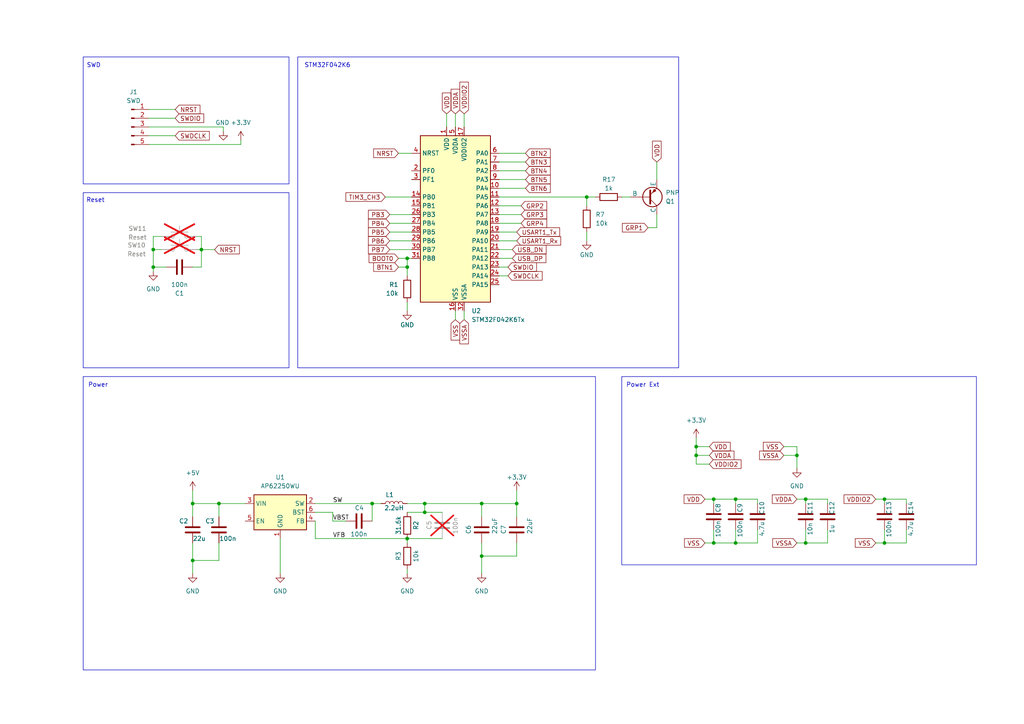
<source format=kicad_sch>
(kicad_sch (version 20250114) (generator "eeschema") (generator_version "9.0")
  (paper "A4")
  (title_block (title "MCU"))
  (lib_symbols
    (symbol "Connector:Conn_01x05_Pin" (pin_names (offset 1.016) (hide yes))
      (property "Reference" "J" (at 0 7.62 0))
      (property "Value" "Conn_01x05_Pin" (at 0 -7.62 0))
      (symbol "Conn_01x05_Pin_1_1"
        (rectangle (start 0.8636 5.207) (end 0 4.953) (stroke (width 0.1524)) (fill (type outline)))
        (rectangle (start 0.8636 2.667) (end 0 2.413) (stroke (width 0.1524)) (fill (type outline)))
        (rectangle (start 0.8636 0.127) (end 0 -0.127) (stroke (width 0.1524)) (fill (type outline)))
        (rectangle (start 0.8636 -2.413) (end 0 -2.667) (stroke (width 0.1524)) (fill (type outline)))
        (rectangle (start 0.8636 -4.953) (end 0 -5.207) (stroke (width 0.1524)) (fill (type outline)))
        (polyline (pts (xy 1.27 5.08) (xy 0.8636 5.08)) (stroke (width 0.1524)))
        (polyline (pts (xy 1.27 2.54) (xy 0.8636 2.54)) (stroke (width 0.1524)))
        (polyline (pts (xy 1.27 0) (xy 0.8636 0)) (stroke (width 0.1524)))
        (polyline (pts (xy 1.27 -2.54) (xy 0.8636 -2.54)) (stroke (width 0.1524)))
        (polyline (pts (xy 1.27 -5.08) (xy 0.8636 -5.08)) (stroke (width 0.1524)))
        (pin passive line (at 5.08 5.08 180) (length 3.81) (name "Pin_1") (number "1"))
        (pin passive line (at 5.08 2.54 180) (length 3.81) (name "Pin_2") (number "2"))
        (pin passive line (at 5.08 0 180) (length 3.81) (name "Pin_3") (number "3"))
        (pin passive line (at 5.08 -2.54 180) (length 3.81) (name "Pin_4") (number "4"))
        (pin passive line (at 5.08 -5.08 180) (length 3.81) (name "Pin_5") (number "5"))
      )
    )
    (symbol "Device:C" (pin_numbers (hide yes)) (pin_names (offset 0.254))
      (property "Reference" "C" (at 0.635 2.54 0))
      (property "Value" "C" (at 0.635 -2.54 0))
      (symbol "C_0_1"
        (polyline (pts (xy -2.032 0.762) (xy 2.032 0.762)) (stroke (width 0.508)))
        (polyline (pts (xy -2.032 -0.762) (xy 2.032 -0.762)) (stroke (width 0.508)))
      )
      (symbol "C_1_1"
        (pin passive line (at 0 3.81 270) (length 2.794) (name "~") (number "1"))
        (pin passive line (at 0 -3.81 90) (length 2.794) (name "~") (number "2"))
      )
    )
    (symbol "Device:L" (pin_numbers (hide yes)) (pin_names (offset 1.016) (hide yes))
      (property "Reference" "L" (at -1.27 0 90))
      (property "Value" "L" (at 1.905 0 90))
      (symbol "L_0_1"
        (arc (start 0 2.54) (mid 0.6323 1.905) (end 0 1.27))
        (arc (start 0 1.27) (mid 0.6323 0.635) (end 0 0))
        (arc (start 0 0) (mid 0.6323 -0.635) (end 0 -1.27))
        (arc (start 0 -1.27) (mid 0.6323 -1.905) (end 0 -2.54))
      )
      (symbol "L_1_1"
        (pin passive line (at 0 3.81 270) (length 1.27) (name "1") (number "1"))
        (pin passive line (at 0 -3.81 90) (length 1.27) (name "2") (number "2"))
      )
    )
    (symbol "Device:R" (pin_numbers (hide yes)) (pin_names (offset 0))
      (property "Reference" "R" (at 2.032 0 90))
      (property "Value" "R" (at 0 0 90))
      (symbol "R_0_1"
        (rectangle (start -1.016 -2.54) (end 1.016 2.54) (stroke (width 0.254)))
      )
      (symbol "R_1_1"
        (pin passive line (at 0 3.81 270) (length 1.27) (name "~") (number "1"))
        (pin passive line (at 0 -3.81 90) (length 1.27) (name "~") (number "2"))
      )
    )
    (symbol "MCU_ST_STM32F0:STM32F042K6Tx"
      (property "Reference" "U" (at -10.16 26.67 0))
      (property "Value" "STM32F042K6Tx" (at 5.08 26.67 0))
      (symbol "STM32F042K6Tx_0_1"
        (rectangle (start -10.16 -22.86) (end 10.16 25.4) (stroke (width 0.254)) (fill (type background)))
      )
      (symbol "STM32F042K6Tx_1_1"
        (pin input line (at -12.7 20.32 0) (length 2.54) (name "NRST") (number "4"))
        (pin bidirectional line (at -12.7 15.24 0) (length 2.54) (name "PF0") (number "2"))
        (pin bidirectional line (at -12.7 12.7 0) (length 2.54) (name "PF1") (number "3"))
        (pin bidirectional line (at -12.7 7.62 0) (length 2.54) (name "PB0") (number "14"))
        (pin bidirectional line (at -12.7 5.08 0) (length 2.54) (name "PB1") (number "15"))
        (pin bidirectional line (at -12.7 2.54 0) (length 2.54) (name "PB3") (number "26"))
        (pin bidirectional line (at -12.7 0 0) (length 2.54) (name "PB4") (number "27"))
        (pin bidirectional line (at -12.7 -2.54 0) (length 2.54) (name "PB5") (number "28"))
        (pin bidirectional line (at -12.7 -5.08 0) (length 2.54) (name "PB6") (number "29"))
        (pin bidirectional line (at -12.7 -7.62 0) (length 2.54) (name "PB7") (number "30"))
        (pin bidirectional line (at -12.7 -10.16 0) (length 2.54) (name "PB8") (number "31"))
        (pin power_in line (at -2.54 27.94 270) (length 2.54) (name "VDD") (number "1"))
        (pin power_in line (at 0 27.94 270) (length 2.54) (name "VDDA") (number "5"))
        (pin power_in line (at 0 -25.4 90) (length 2.54) (name "VSS") (number "16"))
        (pin power_in line (at 2.54 27.94 270) (length 2.54) (name "VDDIO2") (number "17"))
        (pin power_in line (at 2.54 -25.4 90) (length 2.54) (name "VSSA") (number "32"))
        (pin bidirectional line (at 12.7 20.32 180) (length 2.54) (name "PA0") (number "6"))
        (pin bidirectional line (at 12.7 17.78 180) (length 2.54) (name "PA1") (number "7"))
        (pin bidirectional line (at 12.7 15.24 180) (length 2.54) (name "PA2") (number "8"))
        (pin bidirectional line (at 12.7 12.7 180) (length 2.54) (name "PA3") (number "9"))
        (pin bidirectional line (at 12.7 10.16 180) (length 2.54) (name "PA4") (number "10"))
        (pin bidirectional line (at 12.7 7.62 180) (length 2.54) (name "PA5") (number "11"))
        (pin bidirectional line (at 12.7 5.08 180) (length 2.54) (name "PA6") (number "12"))
        (pin bidirectional line (at 12.7 2.54 180) (length 2.54) (name "PA7") (number "13"))
        (pin bidirectional line (at 12.7 0 180) (length 2.54) (name "PA8") (number "18"))
        (pin bidirectional line (at 12.7 -2.54 180) (length 2.54) (name "PA9") (number "19"))
        (pin bidirectional line (at 12.7 -5.08 180) (length 2.54) (name "PA10") (number "20"))
        (pin bidirectional line (at 12.7 -7.62 180) (length 2.54) (name "PA11") (number "21"))
        (pin bidirectional line (at 12.7 -10.16 180) (length 2.54) (name "PA12") (number "22"))
        (pin bidirectional line (at 12.7 -12.7 180) (length 2.54) (name "PA13") (number "23"))
        (pin bidirectional line (at 12.7 -15.24 180) (length 2.54) (name "PA14") (number "24"))
        (pin bidirectional line (at 12.7 -17.78 180) (length 2.54) (name "PA15") (number "25"))
      )
    )
    (symbol "Regulator_Switching:AP62250WU"
      (property "Reference" "U" (at -7.62 6.35 0))
      (property "Value" "AP62250WU" (at 6.35 -6.35 0))
      (symbol "AP62250WU_0_1"
        (rectangle (start -7.62 5.08) (end 7.62 -5.08) (stroke (width 0.254)) (fill (type background)))
      )
      (symbol "AP62250WU_1_1"
        (pin power_in line (at -10.16 2.54 0) (length 2.54) (name "VIN") (number "3"))
        (pin passive line (at -10.16 -2.54 0) (length 2.54) (name "EN") (number "5"))
        (pin power_in line (at 0 -7.62 90) (length 2.54) (name "GND") (number "1"))
        (pin output line (at 10.16 2.54 180) (length 2.54) (name "SW") (number "2"))
        (pin passive line (at 10.16 0 180) (length 2.54) (name "BST") (number "6"))
        (pin input line (at 10.16 -2.54 180) (length 2.54) (name "FB") (number "4"))
      )
    )
    (symbol "Simulation_SPICE:PNP" (pin_numbers (hide yes)) (pin_names (offset 0))
      (property "Reference" "Q" (at -2.54 7.62 0))
      (property "Value" "PNP" (at -2.54 5.08 0))
      (symbol "PNP_0_1"
        (polyline (pts (xy -2.54 0) (xy 0.635 0)) (stroke (width 0.1524)))
        (polyline (pts (xy 0.635 1.905) (xy 0.635 -1.905) (xy 0.635 -1.905)) (stroke (width 0.508)))
        (polyline (pts (xy 0.635 0.635) (xy 2.54 2.54)))
        (polyline (pts (xy 0.635 -0.635) (xy 2.54 -2.54) (xy 2.54 -2.54)))
        (circle (center 1.27 0) (radius 2.8194) (stroke (width 0.254)))
        (polyline (pts (xy 2.286 -1.778) (xy 1.778 -2.286) (xy 1.27 -1.27) (xy 2.286 -1.778) (xy 2.286 -1.778)) (fill (type outline)))
      )
      (symbol "PNP_1_1"
        (pin input line (at -5.08 0 0) (length 2.54) (name "B") (number "2"))
        (pin open_collector line (at 2.54 5.08 270) (length 2.54) (name "C") (number "1"))
        (pin open_emitter line (at 2.54 -5.08 90) (length 2.54) (name "E") (number "3"))
      )
    )
    (symbol "Switch:SW_Push" (pin_numbers (hide yes)) (pin_names (offset 1.016) (hide yes))
      (property "Reference" "SW" (at 1.27 2.54 0))
      (property "Value" "SW_Push" (at 0 -1.524 0))
      (symbol "SW_Push_0_1"
        (circle (center -2.032 0) (radius 0.508))
        (polyline (pts (xy 0 1.27) (xy 0 3.048)))
        (circle (center 2.032 0) (radius 0.508))
        (polyline (pts (xy 2.54 1.27) (xy -2.54 1.27)))
        (pin passive line (at -5.08 0 0) (length 2.54) (name "1") (number "1"))
        (pin passive line (at 5.08 0 180) (length 2.54) (name "2") (number "2"))
      )
    )
    (symbol "power:+3.3V" (power) (pin_numbers (hide yes)) (pin_names (offset 0) (hide yes))
      (property "Value" "+3.3V" (at 0 3.556 0))
      (symbol "+3.3V_0_1"
        (polyline (pts (xy -0.762 1.27) (xy 0 2.54)))
        (polyline (pts (xy 0 2.54) (xy 0.762 1.27)))
        (polyline (pts (xy 0 0) (xy 0 2.54)))
      )
      (symbol "+3.3V_1_1"
        (pin power_in line (at 0 0 90) (length 0) (name "~") (number "1"))
      )
    )
    (symbol "power:+5V" (power) (pin_numbers (hide yes)) (pin_names (offset 0) (hide yes))
      (property "Value" "+5V" (at 0 3.556 0))
      (symbol "+5V_0_1"
        (polyline (pts (xy -0.762 1.27) (xy 0 2.54)))
        (polyline (pts (xy 0 2.54) (xy 0.762 1.27)))
        (polyline (pts (xy 0 0) (xy 0 2.54)))
      )
      (symbol "+5V_1_1"
        (pin power_in line (at 0 0 90) (length 0) (name "~") (number "1"))
      )
    )
    (symbol "power:GND" (power) (pin_numbers (hide yes)) (pin_names (offset 0) (hide yes))
      (property "Value" "GND" (at 0 -3.81 0))
      (symbol "GND_0_1"
        (polyline (pts (xy 0 0) (xy 0 -1.27) (xy 1.27 -1.27) (xy 0 -2.54) (xy -1.27 -1.27) (xy 0 -1.27)))
      )
      (symbol "GND_1_1"
        (pin power_in line (at 0 0 270) (length 0) (name "~") (number "1"))
      )
    )
  )
  (rectangle (start 86.36 16.51) (end 196.85 106.68))
  (rectangle (start 24.13 16.51) (end 83.82 53.34))
  (rectangle (start 180.34 109.22) (end 283.21 163.83))
  (rectangle (start 24.13 55.88) (end 83.82 106.68))
  (rectangle (start 24.13 109.22) (end 172.72 194.31))
  (text "Power Ext" (at 186.436 111.76 0) (effects (font (size 1.27 1.27))))
  (text "Power" (at 28.448 111.76 0) (effects (font (size 1.27 1.27))))
  (text "STM32F042K6" (at 94.996 19.05 0) (effects (font (size 1.27 1.27))))
  (text "Reset" (at 27.686 58.166 0) (effects (font (size 1.27 1.27))))
  (text "SWD" (at 27.178 19.05 0) (effects (font (size 1.27 1.27))))
  (junction (at 201.93 132.08))
  (junction (at 231.14 132.08))
  (junction (at 139.7 146.05))
  (junction (at 256.54 144.78))
  (junction (at 123.19 148.59))
  (junction (at 44.45 72.39))
  (junction (at 63.5 146.05))
  (junction (at 118.11 77.47))
  (junction (at 213.36 157.48))
  (junction (at 118.11 74.93))
  (junction (at 58.42 72.39))
  (junction (at 139.7 161.29))
  (junction (at 201.93 129.54))
  (junction (at 55.88 146.05))
  (junction (at 55.88 162.56))
  (junction (at 123.19 146.05))
  (junction (at 256.54 157.48))
  (junction (at 213.36 144.78))
  (junction (at 170.18 57.15))
  (junction (at 233.68 144.78))
  (junction (at 207.01 157.48))
  (junction (at 118.11 156.21))
  (junction (at 149.86 146.05))
  (junction (at 44.45 77.47))
  (junction (at 207.01 144.78))
  (junction (at 233.68 157.48))
  (junction (at 107.95 146.05))
  (wire (pts (xy 144.78 59.69) (xy 151.13 59.69)))
  (wire (pts (xy 227.33 132.08) (xy 231.14 132.08)))
  (wire (pts (xy 118.11 156.21) (xy 128.27 156.21)))
  (wire (pts (xy 118.11 146.05) (xy 123.19 146.05)))
  (wire (pts (xy 55.88 157.48) (xy 55.88 162.56)))
  (wire (pts (xy 213.36 144.78) (xy 219.71 144.78)))
  (wire (pts (xy 118.11 165.1) (xy 118.11 166.37)))
  (wire (pts (xy 201.93 132.08) (xy 201.93 129.54)))
  (wire (pts (xy 231.14 157.48) (xy 233.68 157.48)))
  (wire (pts (xy 201.93 132.08) (xy 205.74 132.08)))
  (wire (pts (xy 115.57 74.93) (xy 118.11 74.93)))
  (wire (pts (xy 55.88 162.56) (xy 55.88 166.37)))
  (wire (pts (xy 132.08 90.17) (xy 132.08 92.71)))
  (wire (pts (xy 58.42 68.58) (xy 58.42 72.39)))
  (wire (pts (xy 144.78 69.85) (xy 149.86 69.85)))
  (wire (pts (xy 43.18 34.29) (xy 50.8 34.29)))
  (wire (pts (xy 115.57 44.45) (xy 119.38 44.45)))
  (wire (pts (xy 256.54 153.67) (xy 256.54 157.48)))
  (wire (pts (xy 123.19 146.05) (xy 123.19 148.59)))
  (wire (pts (xy 233.68 157.48) (xy 240.03 157.48)))
  (wire (pts (xy 134.62 90.17) (xy 134.62 92.71)))
  (wire (pts (xy 256.54 144.78) (xy 256.54 146.05)))
  (wire (pts (xy 62.23 72.39) (xy 58.42 72.39)))
  (wire (pts (xy 262.89 157.48) (xy 256.54 157.48)))
  (wire (pts (xy 144.78 64.77) (xy 151.13 64.77)))
  (wire (pts (xy 43.18 41.91) (xy 69.85 41.91)))
  (wire (pts (xy 204.47 144.78) (xy 207.01 144.78)))
  (wire (pts (xy 44.45 72.39) (xy 46.99 72.39)))
  (wire (pts (xy 231.14 132.08) (xy 231.14 135.89)))
  (wire (pts (xy 144.78 72.39) (xy 148.59 72.39)))
  (wire (pts (xy 58.42 77.47) (xy 55.88 77.47)))
  (wire (pts (xy 132.08 33.02) (xy 132.08 36.83)))
  (wire (pts (xy 113.03 67.31) (xy 119.38 67.31)))
  (wire (pts (xy 46.99 68.58) (xy 44.45 68.58)))
  (wire (pts (xy 240.03 144.78) (xy 240.03 146.05)))
  (wire (pts (xy 134.62 36.83) (xy 134.62 33.02)))
  (wire (pts (xy 207.01 146.05) (xy 207.01 144.78)))
  (wire (pts (xy 170.18 67.31) (xy 170.18 69.85)))
  (wire (pts (xy 144.78 67.31) (xy 149.86 67.31)))
  (wire (pts (xy 213.36 146.05) (xy 213.36 144.78)))
  (wire (pts (xy 96.52 151.13) (xy 100.33 151.13)))
  (wire (pts (xy 96.52 148.59) (xy 96.52 151.13)))
  (wire (pts (xy 139.7 157.48) (xy 139.7 161.29)))
  (wire (pts (xy 91.44 148.59) (xy 96.52 148.59)))
  (wire (pts (xy 81.28 156.21) (xy 81.28 166.37)))
  (wire (pts (xy 118.11 77.47) (xy 118.11 74.93)))
  (wire (pts (xy 123.19 148.59) (xy 128.27 148.59)))
  (wire (pts (xy 207.01 157.48) (xy 213.36 157.48)))
  (wire (pts (xy 144.78 46.99) (xy 152.4 46.99)))
  (wire (pts (xy 227.33 129.54) (xy 231.14 129.54)))
  (wire (pts (xy 190.5 62.23) (xy 190.5 66.04)))
  (wire (pts (xy 190.5 46.99) (xy 190.5 52.07)))
  (wire (pts (xy 213.36 157.48) (xy 219.71 157.48)))
  (wire (pts (xy 57.15 68.58) (xy 58.42 68.58)))
  (wire (pts (xy 144.78 80.01) (xy 147.32 80.01)))
  (wire (pts (xy 149.86 142.24) (xy 149.86 146.05)))
  (wire (pts (xy 139.7 146.05) (xy 139.7 149.86)))
  (wire (pts (xy 118.11 148.59) (xy 123.19 148.59)))
  (wire (pts (xy 55.88 162.56) (xy 63.5 162.56)))
  (wire (pts (xy 113.03 72.39) (xy 119.38 72.39)))
  (wire (pts (xy 55.88 142.24) (xy 55.88 146.05)))
  (wire (pts (xy 262.89 153.67) (xy 262.89 157.48)))
  (wire (pts (xy 144.78 52.07) (xy 152.4 52.07)))
  (wire (pts (xy 139.7 161.29) (xy 139.7 166.37)))
  (wire (pts (xy 58.42 72.39) (xy 58.42 77.47)))
  (wire (pts (xy 201.93 129.54) (xy 205.74 129.54)))
  (wire (pts (xy 213.36 153.67) (xy 213.36 157.48)))
  (wire (pts (xy 48.26 77.47) (xy 44.45 77.47)))
  (wire (pts (xy 111.76 57.15) (xy 119.38 57.15)))
  (wire (pts (xy 43.18 31.75) (xy 50.8 31.75)))
  (wire (pts (xy 91.44 156.21) (xy 118.11 156.21)))
  (wire (pts (xy 219.71 144.78) (xy 219.71 146.05)))
  (wire (pts (xy 256.54 157.48) (xy 254 157.48)))
  (wire (pts (xy 262.89 144.78) (xy 262.89 146.05)))
  (wire (pts (xy 118.11 74.93) (xy 119.38 74.93)))
  (wire (pts (xy 107.95 146.05) (xy 107.95 151.13)))
  (wire (pts (xy 149.86 161.29) (xy 139.7 161.29)))
  (wire (pts (xy 91.44 146.05) (xy 107.95 146.05)))
  (wire (pts (xy 233.68 144.78) (xy 240.03 144.78)))
  (wire (pts (xy 69.85 40.64) (xy 69.85 41.91)))
  (wire (pts (xy 63.5 157.48) (xy 63.5 162.56)))
  (wire (pts (xy 115.57 77.47) (xy 118.11 77.47)))
  (wire (pts (xy 149.86 157.48) (xy 149.86 161.29)))
  (wire (pts (xy 149.86 149.86) (xy 149.86 146.05)))
  (wire (pts (xy 63.5 146.05) (xy 63.5 149.86)))
  (wire (pts (xy 219.71 153.67) (xy 219.71 157.48)))
  (wire (pts (xy 113.03 64.77) (xy 119.38 64.77)))
  (wire (pts (xy 144.78 74.93) (xy 148.59 74.93)))
  (wire (pts (xy 170.18 57.15) (xy 170.18 59.69)))
  (wire (pts (xy 170.18 57.15) (xy 172.72 57.15)))
  (wire (pts (xy 233.68 153.67) (xy 233.68 157.48)))
  (wire (pts (xy 231.14 144.78) (xy 233.68 144.78)))
  (wire (pts (xy 64.77 38.1) (xy 64.77 36.83)))
  (wire (pts (xy 129.54 36.83) (xy 129.54 33.02)))
  (wire (pts (xy 144.78 54.61) (xy 152.4 54.61)))
  (wire (pts (xy 201.93 134.62) (xy 201.93 132.08)))
  (wire (pts (xy 91.44 151.13) (xy 91.44 156.21)))
  (wire (pts (xy 118.11 87.63) (xy 118.11 90.17)))
  (wire (pts (xy 256.54 144.78) (xy 262.89 144.78)))
  (wire (pts (xy 144.78 49.53) (xy 152.4 49.53)))
  (wire (pts (xy 43.18 36.83) (xy 64.77 36.83)))
  (wire (pts (xy 63.5 146.05) (xy 71.12 146.05)))
  (wire (pts (xy 118.11 156.21) (xy 118.11 157.48)))
  (wire (pts (xy 43.18 39.37) (xy 50.8 39.37)))
  (wire (pts (xy 44.45 68.58) (xy 44.45 72.39)))
  (wire (pts (xy 149.86 146.05) (xy 139.7 146.05)))
  (wire (pts (xy 233.68 144.78) (xy 233.68 146.05)))
  (wire (pts (xy 144.78 44.45) (xy 152.4 44.45)))
  (wire (pts (xy 113.03 62.23) (xy 119.38 62.23)))
  (wire (pts (xy 231.14 129.54) (xy 231.14 132.08)))
  (wire (pts (xy 144.78 77.47) (xy 147.32 77.47)))
  (wire (pts (xy 113.03 69.85) (xy 119.38 69.85)))
  (wire (pts (xy 204.47 157.48) (xy 207.01 157.48)))
  (wire (pts (xy 55.88 146.05) (xy 63.5 146.05)))
  (wire (pts (xy 123.19 146.05) (xy 139.7 146.05)))
  (wire (pts (xy 207.01 157.48) (xy 207.01 153.67)))
  (wire (pts (xy 254 144.78) (xy 256.54 144.78)))
  (wire (pts (xy 44.45 77.47) (xy 44.45 78.74)))
  (wire (pts (xy 44.45 77.47) (xy 44.45 72.39)))
  (wire (pts (xy 240.03 153.67) (xy 240.03 157.48)))
  (wire (pts (xy 205.74 134.62) (xy 201.93 134.62)))
  (wire (pts (xy 118.11 77.47) (xy 118.11 80.01)))
  (wire (pts (xy 57.15 72.39) (xy 58.42 72.39)))
  (wire (pts (xy 190.5 66.04) (xy 187.96 66.04)))
  (wire (pts (xy 213.36 144.78) (xy 207.01 144.78)))
  (wire (pts (xy 110.49 146.05) (xy 107.95 146.05)))
  (wire (pts (xy 144.78 57.15) (xy 170.18 57.15)))
  (wire (pts (xy 144.78 62.23) (xy 151.13 62.23)))
  (wire (pts (xy 180.34 57.15) (xy 182.88 57.15)))
  (wire (pts (xy 55.88 146.05) (xy 55.88 149.86)))
  (wire (pts (xy 201.93 129.54) (xy 201.93 127)))
  (label "SW" (at 96.52 146.05 0))
  (label "VFB" (at 96.52 156.21 0))
  (label "VBST" (at 96.52 151.13 0))
  (global_label "PB3" (shape input) (at 113.03 62.23 180) (property "Intersheetrefs" "${INTERSHEET_REFS}" (effects (hide yes))))
  (global_label "VDD" (shape input) (at 205.74 129.54 0) (property "Intersheetrefs" "${INTERSHEET_REFS}" (effects (hide yes))))
  (global_label "VDDIO2" (shape input) (at 134.62 33.02 90) (property "Intersheetrefs" "${INTERSHEET_REFS}" (effects (hide yes))))
  (global_label "BTN5" (shape input) (at 152.4 52.07 0) (property "Intersheetrefs" "${INTERSHEET_REFS}" (effects (hide yes))))
  (global_label "VSSA" (shape input) (at 231.14 157.48 180) (property "Intersheetrefs" "${INTERSHEET_REFS}" (effects (hide yes))))
  (global_label "VSSA" (shape input) (at 227.33 132.08 180) (property "Intersheetrefs" "${INTERSHEET_REFS}" (effects (hide yes))))
  (global_label "VDDA" (shape input) (at 231.14 144.78 180) (property "Intersheetrefs" "${INTERSHEET_REFS}" (effects (hide yes))))
  (global_label "VSS" (shape input) (at 254 157.48 180) (property "Intersheetrefs" "${INTERSHEET_REFS}" (effects (hide yes))))
  (global_label "NRST" (shape input) (at 62.23 72.39 0) (property "Intersheetrefs" "${INTERSHEET_REFS}" (effects (hide yes))))
  (global_label "NRST" (shape input) (at 50.8 31.75 0) (property "Intersheetrefs" "${INTERSHEET_REFS}" (effects (hide yes))))
  (global_label "SWDCLK" (shape input) (at 147.32 80.01 0) (property "Intersheetrefs" "${INTERSHEET_REFS}" (effects (hide yes))))
  (global_label "VDDA" (shape input) (at 205.74 132.08 0) (property "Intersheetrefs" "${INTERSHEET_REFS}" (effects (hide yes))))
  (global_label "BTN6" (shape input) (at 152.4 54.61 0) (property "Intersheetrefs" "${INTERSHEET_REFS}" (effects (hide yes))))
  (global_label "VDD" (shape input) (at 129.54 33.02 90) (property "Intersheetrefs" "${INTERSHEET_REFS}" (effects (hide yes))))
  (global_label "PB6" (shape input) (at 113.03 69.85 180) (property "Intersheetrefs" "${INTERSHEET_REFS}" (effects (hide yes))))
  (global_label "NRST" (shape input) (at 115.57 44.45 180) (property "Intersheetrefs" "${INTERSHEET_REFS}" (effects (hide yes))))
  (global_label "BTN4" (shape input) (at 152.4 49.53 0) (property "Intersheetrefs" "${INTERSHEET_REFS}" (effects (hide yes))))
  (global_label "BTN3" (shape input) (at 152.4 46.99 0) (property "Intersheetrefs" "${INTERSHEET_REFS}" (effects (hide yes))))
  (global_label "SWDCLK" (shape input) (at 50.8 39.37 0) (property "Intersheetrefs" "${INTERSHEET_REFS}" (effects (hide yes))))
  (global_label "VDDIO2" (shape input) (at 205.74 134.62 0) (property "Intersheetrefs" "${INTERSHEET_REFS}" (effects (hide yes))))
  (global_label "USART1_Rx" (shape input) (at 149.86 69.85 0) (property "Intersheetrefs" "${INTERSHEET_REFS}" (effects (hide yes))))
  (global_label "GRP2" (shape input) (at 151.13 59.69 0) (property "Intersheetrefs" "${INTERSHEET_REFS}" (effects (hide yes))))
  (global_label "VDDA" (shape input) (at 132.08 33.02 90) (property "Intersheetrefs" "${INTERSHEET_REFS}" (effects (hide yes))))
  (global_label "PB7" (shape input) (at 113.03 72.39 180) (property "Intersheetrefs" "${INTERSHEET_REFS}" (effects (hide yes))))
  (global_label "USB_DN" (shape input) (at 148.59 72.39 0) (property "Intersheetrefs" "${INTERSHEET_REFS}" (effects (hide yes))))
  (global_label "BTN1" (shape input) (at 115.57 77.47 180) (property "Intersheetrefs" "${INTERSHEET_REFS}" (effects (hide yes))))
  (global_label "BOOT0" (shape input) (at 115.57 74.93 180) (property "Intersheetrefs" "${INTERSHEET_REFS}" (effects (hide yes))))
  (global_label "PB5" (shape input) (at 113.03 67.31 180) (property "Intersheetrefs" "${INTERSHEET_REFS}" (effects (hide yes))))
  (global_label "PB4" (shape input) (at 113.03 64.77 180) (property "Intersheetrefs" "${INTERSHEET_REFS}" (effects (hide yes))))
  (global_label "USB_DP" (shape input) (at 148.59 74.93 0) (property "Intersheetrefs" "${INTERSHEET_REFS}" (effects (hide yes))))
  (global_label "VSS" (shape input) (at 204.47 157.48 180) (property "Intersheetrefs" "${INTERSHEET_REFS}" (effects (hide yes))))
  (global_label "USART1_Tx" (shape input) (at 149.86 67.31 0) (property "Intersheetrefs" "${INTERSHEET_REFS}" (effects (hide yes))))
  (global_label "BTN2" (shape input) (at 152.4 44.45 0) (property "Intersheetrefs" "${INTERSHEET_REFS}" (effects (hide yes))))
  (global_label "VSS" (shape input) (at 132.08 92.71 270) (property "Intersheetrefs" "${INTERSHEET_REFS}" (effects (hide yes))))
  (global_label "VDDIO2" (shape input) (at 254 144.78 180) (property "Intersheetrefs" "${INTERSHEET_REFS}" (effects (hide yes))))
  (global_label "GRP3" (shape input) (at 151.13 62.23 0) (property "Intersheetrefs" "${INTERSHEET_REFS}" (effects (hide yes))))
  (global_label "GRP4" (shape input) (at 151.13 64.77 0) (property "Intersheetrefs" "${INTERSHEET_REFS}" (effects (hide yes))))
  (global_label "TIM3_CH3" (shape input) (at 111.76 57.15 180) (property "Intersheetrefs" "${INTERSHEET_REFS}" (effects (hide yes))))
  (global_label "SWDIO" (shape input) (at 50.8 34.29 0) (property "Intersheetrefs" "${INTERSHEET_REFS}" (effects (hide yes))))
  (global_label "VDD" (shape input) (at 204.47 144.78 180) (property "Intersheetrefs" "${INTERSHEET_REFS}" (effects (hide yes))))
  (global_label "VSSA" (shape input) (at 134.62 92.71 270) (property "Intersheetrefs" "${INTERSHEET_REFS}" (effects (hide yes))))
  (global_label "SWDIO" (shape input) (at 147.32 77.47 0) (property "Intersheetrefs" "${INTERSHEET_REFS}" (effects (hide yes))))
  (global_label "VDD" (shape input) (at 190.5 46.99 90) (property "Intersheetrefs" "${INTERSHEET_REFS}" (effects (hide yes))))
  (global_label "VSS" (shape input) (at 227.33 129.54 180) (property "Intersheetrefs" "${INTERSHEET_REFS}" (effects (hide yes))))
  (global_label "GRP1" (shape input) (at 187.96 66.04 180) (property "Intersheetrefs" "${INTERSHEET_REFS}" (effects (hide yes))))
  (symbol (lib_id "Device:C") (at 128.27 152.4 0) (mirror y) (unit 1) (dnp yes)
    (property "Reference" "C5" (at 124.46 153.67 90) (effects (justify left)))
    (property "Value" "100n" (at 132.08 154.94 90) (effects (justify left)))
    (property "Footprint" "Capacitor_SMD:C_0603_1608Metric" (effects (hide yes)))
  )
  (symbol (lib_id "power:+3.3V") (at 149.86 142.24 0) (unit 1)
    (property "Reference" "#PWR010" (effects (hide yes)))
    (property "Value" "+3.3V" (at 149.86 138.43 0))
  )
  (symbol (lib_id "Connector:Conn_01x05_Pin") (at 38.1 36.83 0) (unit 1) (in_bom no)
    (property "Reference" "J1" (at 38.735 26.67 0))
    (property "Value" "SWD" (at 38.735 29.21 0))
    (property "Footprint" "Library:Conn_Edge_x05" (effects (hide yes)))
    (property "Description" "Generic connector, single row, 01x05, script generated" (effects (hide yes)))
  )
  (symbol (lib_id "Device:C") (at 256.54 149.86 180) (unit 1)
    (property "Reference" "C13" (at 257.81 147.32 90))
    (property "Value" "100n" (at 257.81 153.416 90))
    (property "Footprint" "Capacitor_SMD:C_0603_1608Metric" (effects (hide yes)))
    (property "Description" "Unpolarized capacitor" (effects (hide yes)))
  )
  (symbol (lib_id "Device:L") (at 114.3 146.05 90) (unit 1)
    (property "Reference" "L1" (at 113.03 143.51 90))
    (property "Value" "2.2uH" (at 114.3 147.32 90))
    (property "Footprint" "Inductor_SMD:L_Taiyo-Yuden_NR-50xx" (effects (hide yes)))
  )
  (symbol (lib_id "Device:C") (at 207.01 149.86 180) (unit 1)
    (property "Reference" "C8" (at 208.28 147.32 90))
    (property "Value" "100n" (at 208.28 153.416 90))
    (property "Footprint" "Capacitor_SMD:C_0603_1608Metric" (effects (hide yes)))
    (property "Description" "Unpolarized capacitor" (effects (hide yes)))
  )
  (symbol (lib_id "Device:C") (at 240.03 149.86 180) (unit 1)
    (property "Reference" "C12" (at 241.3 147.32 90))
    (property "Value" "1u" (at 241.3 153.416 90))
    (property "Footprint" "Capacitor_SMD:C_1206_3216Metric" (effects (hide yes)))
    (property "Description" "Unpolarized capacitor" (effects (hide yes)))
  )
  (symbol (lib_id "Device:R") (at 118.11 152.4 0) (mirror y) (unit 1)
    (property "Reference" "R2" (at 120.65 152.4 90))
    (property "Value" "31.6k" (at 115.57 152.4 90))
    (property "Footprint" "Resistor_SMD:R_0603_1608Metric" (effects (hide yes)))
  )
  (symbol (lib_id "Device:C") (at 55.88 153.67 0) (mirror y) (unit 1)
    (property "Reference" "C2" (at 54.61 151.13 0) (effects (justify left)))
    (property "Value" "22u" (at 59.69 156.21 0) (effects (justify left)))
    (property "Footprint" "Capacitor_SMD:C_1206_3216Metric" (effects (hide yes)))
  )
  (symbol (lib_id "power:GND") (at 81.28 166.37 0) (mirror y) (unit 1)
    (property "Reference" "#PWR06" (effects (hide yes)))
    (property "Value" "GND" (at 81.28 171.45 0))
  )
  (symbol (lib_id "power:GND") (at 44.45 78.74 0) (unit 1)
    (property "Reference" "#PWR01" (effects (hide yes)))
    (property "Value" "GND" (at 44.45 83.82 0))
    (property "Description" "Power symbol creates a global label with name \"GND\" , ground" (effects (hide yes)))
  )
  (symbol (lib_id "Device:R") (at 170.18 63.5 180) (unit 1)
    (property "Reference" "R7" (at 172.72 62.2299 0) (effects (justify right)))
    (property "Value" "10k" (at 172.72 64.7699 0) (effects (justify right)))
    (property "Footprint" "Resistor_SMD:R_0805_2012Metric_Pad1.20x1.40mm_HandSolder" (effects (hide yes)))
    (property "Description" "Resistor" (effects (hide yes)))
  )
  (symbol (lib_id "power:+3.3V") (at 69.85 40.64 0) (unit 1)
    (property "Reference" "#PWR05" (effects (hide yes)))
    (property "Value" "+3.3V" (at 69.85 35.56 0))
    (property "Description" "Power symbol creates a global label with name \"+3.3V\"" (effects (hide yes)))
  )
  (symbol (lib_id "Device:C") (at 52.07 77.47 270) (mirror x) (unit 1)
    (property "Reference" "C1" (at 52.07 85.09 90))
    (property "Value" "100n" (at 52.07 82.55 90))
    (property "Footprint" "Capacitor_SMD:C_0603_1608Metric" (effects (hide yes)))
    (property "Description" "Unpolarized capacitor" (effects (hide yes)))
  )
  (symbol (lib_id "Switch:SW_Push") (at 52.07 72.39 0) (unit 1) (dnp yes)
    (property "Reference" "SW10" (at 39.624 71.12 0))
    (property "Value" "Reset" (at 39.624 73.66 0))
    (property "Footprint" "Button_Switch_SMD:SW_SPST_B3U-1000P" (effects (hide yes)))
    (property "Description" "Push button switch, generic, two pins" (effects (hide yes)))
  )
  (symbol (lib_id "Regulator_Switching:AP62250WU") (at 81.28 148.59 0) (unit 1)
    (property "Reference" "U1" (at 81.28 138.43 0))
    (property "Value" "AP62250WU" (at 81.28 140.97 0))
    (property "Footprint" "Package_TO_SOT_SMD:TSOT-23-6" (effects (hide yes)))
    (property "Datasheet" "https://www.diodes.com/assets/Datasheets/AP62250.pdf" (effects (hide yes)))
    (property "Description" "2.5A, 1.3MHz Buck DC/DC Converter, 4.2V-18V input voltage, 0.8V-7V adjustable output voltage, TSOT-23-6" (effects (hide yes)))
  )
  (symbol (lib_id "Device:C") (at 213.36 149.86 180) (unit 1)
    (property "Reference" "C9" (at 214.63 147.32 90))
    (property "Value" "100n" (at 214.63 153.416 90))
    (property "Footprint" "Capacitor_SMD:C_0603_1608Metric" (effects (hide yes)))
    (property "Description" "Unpolarized capacitor" (effects (hide yes)))
  )
  (symbol (lib_id "MCU_ST_STM32F0:STM32F042K6Tx") (at 132.08 64.77 0) (unit 1)
    (property "Reference" "U2" (at 136.7633 90.17 0) (effects (justify left)))
    (property "Value" "STM32F042K6Tx" (at 136.7633 92.71 0) (effects (justify left)))
    (property "Footprint" "Package_QFP:LQFP-32_7x7mm_P0.8mm" (effects (hide yes)))
    (property "Datasheet" "https://www.st.com/resource/en/datasheet/stm32f042k6.pdf" (effects (hide yes)))
    (property "Description" "STMicroelectronics Arm Cortex-M0 MCU, 32KB flash, 6KB RAM, 48 MHz, 2.0-3.6V, 26 GPIO, LQFP32" (effects (hide yes)))
  )
  (symbol (lib_id "Device:R") (at 118.11 83.82 0) (mirror x) (unit 1)
    (property "Reference" "R1" (at 115.57 82.5499 0) (effects (justify right)))
    (property "Value" "10k" (at 115.57 85.0899 0) (effects (justify right)))
    (property "Footprint" "Resistor_SMD:R_0805_2012Metric_Pad1.20x1.40mm_HandSolder" (effects (hide yes)))
    (property "Description" "Resistor" (effects (hide yes)))
  )
  (symbol (lib_id "Device:C") (at 149.86 153.67 0) (mirror y) (unit 1)
    (property "Reference" "C7" (at 146.05 154.94 90) (effects (justify left)))
    (property "Value" "22uF" (at 153.67 154.94 90) (effects (justify left)))
    (property "Footprint" "Capacitor_SMD:C_1206_3216Metric" (effects (hide yes)))
  )
  (symbol (lib_id "power:GND") (at 139.7 166.37 0) (mirror y) (unit 1)
    (property "Reference" "#PWR09" (effects (hide yes)))
    (property "Value" "GND" (at 139.7 171.45 0))
  )
  (symbol (lib_id "Simulation_SPICE:PNP") (at 187.96 57.15 0) (mirror x) (unit 1)
    (property "Reference" "Q1" (at 193.04 58.4201 0) (effects (justify left)))
    (property "Value" "PNP" (at 193.04 55.8801 0) (effects (justify left)))
    (property "Footprint" "Package_TO_SOT_SMD:SOT-23" (effects (hide yes)))
    (property "Datasheet" "https://ngspice.sourceforge.io/docs/ngspice-html-manual/manual.xhtml#cha_BJTs" (effects (hide yes)))
    (property "Description" "Bipolar transistor symbol for simulation only, substrate tied to the emitter" (effects (hide yes)))
    (property "Sim.Device" "PNP" (effects (hide yes)))
    (property "Sim.Type" "GUMMELPOON" (effects (hide yes)))
    (property "Sim.Pins" "1=C 2=B 3=E" (effects (hide yes)))
  )
  (symbol (lib_id "power:GND") (at 170.18 69.85 0) (mirror y) (unit 1)
    (property "Reference" "#PWR043" (effects (hide yes)))
    (property "Value" "GND" (at 170.18 73.914 0))
    (property "Description" "Power symbol creates a global label with name \"GND\" , ground" (effects (hide yes)))
  )
  (symbol (lib_id "Device:R") (at 176.53 57.15 270) (unit 1)
    (property "Reference" "R17" (at 178.562 52.07 90) (effects (justify right)))
    (property "Value" "1k" (at 177.7999 54.61 90) (effects (justify right)))
    (property "Footprint" "Resistor_SMD:R_0805_2012Metric_Pad1.20x1.40mm_HandSolder" (effects (hide yes)))
    (property "Description" "Resistor" (effects (hide yes)))
  )
  (symbol (lib_id "power:GND") (at 55.88 166.37 0) (mirror y) (unit 1)
    (property "Reference" "#PWR03" (effects (hide yes)))
    (property "Value" "GND" (at 55.88 171.45 0))
  )
  (symbol (lib_id "power:GND") (at 118.11 166.37 0) (mirror y) (unit 1)
    (property "Reference" "#PWR08" (effects (hide yes)))
    (property "Value" "GND" (at 118.11 171.45 0))
  )
  (symbol (lib_id "Device:C") (at 139.7 153.67 0) (mirror y) (unit 1)
    (property "Reference" "C6" (at 135.89 154.94 90) (effects (justify left)))
    (property "Value" "22uF" (at 143.51 154.94 90) (effects (justify left)))
    (property "Footprint" "Capacitor_SMD:C_1206_3216Metric" (effects (hide yes)))
  )
  (symbol (lib_id "Device:C") (at 219.71 149.86 180) (unit 1)
    (property "Reference" "C10" (at 220.98 147.32 90))
    (property "Value" "4.7u" (at 220.98 153.416 90))
    (property "Footprint" "Capacitor_SMD:C_1206_3216Metric" (effects (hide yes)))
    (property "Description" "Unpolarized capacitor" (effects (hide yes)))
  )
  (symbol (lib_id "Device:C") (at 262.89 149.86 180) (unit 1)
    (property "Reference" "C14" (at 264.16 147.32 90))
    (property "Value" "4.7u" (at 264.16 153.416 90))
    (property "Footprint" "Capacitor_SMD:C_1206_3216Metric" (effects (hide yes)))
    (property "Description" "Unpolarized capacitor" (effects (hide yes)))
  )
  (symbol (lib_id "Switch:SW_Push") (at 52.07 68.58 0) (unit 1) (dnp yes)
    (property "Reference" "SW11" (at 39.878 66.294 0))
    (property "Value" "Reset" (at 39.878 68.834 0))
    (property "Footprint" "Button_Switch_SMD:SW_SPST_B3U-1000P" (effects (hide yes)))
    (property "Description" "Push button switch, generic, two pins" (effects (hide yes)))
  )
  (symbol (lib_id "power:+3.3V") (at 201.93 127 0) (unit 1)
    (property "Reference" "#PWR011" (effects (hide yes)))
    (property "Value" "+3.3V" (at 201.93 121.92 0))
    (property "Description" "Power symbol creates a global label with name \"+3.3V\"" (effects (hide yes)))
  )
  (symbol (lib_id "Device:C") (at 63.5 153.67 0) (mirror y) (unit 1)
    (property "Reference" "C3" (at 62.23 151.13 0) (effects (justify left)))
    (property "Value" "100n" (at 68.58 156.21 0) (effects (justify left)))
    (property "Footprint" "Capacitor_SMD:C_0603_1608Metric" (effects (hide yes)))
  )
  (symbol (lib_id "Device:C") (at 233.68 149.86 180) (unit 1)
    (property "Reference" "C11" (at 234.95 147.32 90))
    (property "Value" "10n" (at 234.95 153.416 90))
    (property "Footprint" "Capacitor_SMD:C_0603_1608Metric" (effects (hide yes)))
    (property "Description" "Unpolarized capacitor" (effects (hide yes)))
  )
  (symbol (lib_id "power:GND") (at 64.77 38.1 0) (unit 1)
    (property "Reference" "#PWR04" (effects (hide yes)))
    (property "Value" "GND" (at 64.516 35.56 0))
    (property "Description" "Power symbol creates a global label with name \"GND\" , ground" (effects (hide yes)))
  )
  (symbol (lib_id "power:+5V") (at 55.88 142.24 0) (unit 1)
    (property "Reference" "#PWR02" (effects (hide yes)))
    (property "Value" "+5V" (at 55.88 137.16 0))
    (property "Description" "Power symbol creates a global label with name \"+5V\"" (effects (hide yes)))
  )
  (symbol (lib_id "Device:R") (at 118.11 161.29 0) (unit 1)
    (property "Reference" "R3" (at 115.57 161.29 90))
    (property "Value" "10k" (at 120.65 161.29 90))
    (property "Footprint" "Resistor_SMD:R_0603_1608Metric" (effects (hide yes)))
  )
  (symbol (lib_id "power:GND") (at 118.11 90.17 0) (mirror y) (unit 1)
    (property "Reference" "#PWR07" (effects (hide yes)))
    (property "Value" "GND" (at 118.11 94.234 0))
    (property "Description" "Power symbol creates a global label with name \"GND\" , ground" (effects (hide yes)))
  )
  (symbol (lib_id "Device:C") (at 104.14 151.13 270) (mirror x) (unit 1)
    (property "Reference" "C4" (at 102.87 147.32 90) (effects (justify left)))
    (property "Value" "100n" (at 101.6 154.94 90) (effects (justify left)))
    (property "Footprint" "Capacitor_SMD:C_0603_1608Metric" (effects (hide yes)))
  )
  (symbol (lib_id "power:GND") (at 231.14 135.89 0) (unit 1)
    (property "Reference" "#PWR012" (effects (hide yes)))
    (property "Value" "GND" (at 231.14 140.97 0))
    (property "Description" "Power symbol creates a global label with name \"GND\" , ground" (effects (hide yes)))
  )
  (sheet (at 303.53 45.72) (size 83.82 39.37) (stroke (width 0.1524))
    (property "Sheetname" "Interface" (at 303.53 45.0084 0) (effects (justify left bottom)))
    (property "Sheetfile" "Interface.kicad_sch" (at 303.53 85.6746 0) (effects (justify left top)))
  )
)
</source>
